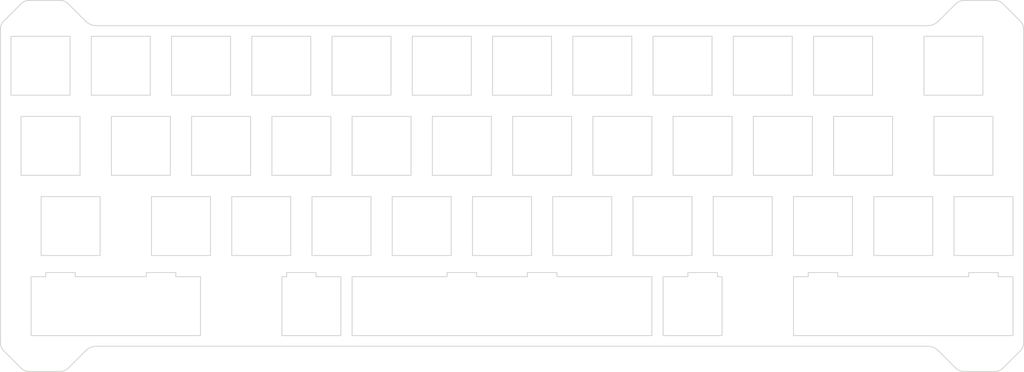
<source format=kicad_pcb>
(kicad_pcb (version 20211014) (generator pcbnew)
  (layers (0 "F.Cu" signal) (31 "B.Cu" signal) (34 "B.Paste" user) (35 "F.Paste" user) (36 "B.SilkS" user "B.Silkscreen") (37 "F.SilkS" user "F.Silkscreen") (38 "B.Mask" user) (39 "F.Mask" user) (44 "Edge.Cuts" user))
  (net 0 "")
  (footprint "" (layer "F.Cu") (at 258.943878 136.1)
    (fp_text reference "" (at 0 0) (layer "F.SilkS") (effects (font (size 1.27 1.27))))
    (fp_text value "" (at 0 0) (layer "F.SilkS") (effects (font (size 1.27 1.27))))
    (pad "" np_thru_hole circle (at 0 0) (size 2.5 2.5) (drill 2.5) (layers F&B.Cu *.Mask))
  )
  (footprint "" (layer "F.Cu") (at 37.056378 136.1)
    (fp_text reference "" (at 0 0) (layer "F.SilkS") (effects (font (size 1.27 1.27))))
    (fp_text value "" (at 0 0) (layer "F.SilkS") (effects (font (size 1.27 1.27))))
    (pad "" np_thru_hole circle (at 0 0) (size 2.5 2.5) (drill 2.5) (layers F&B.Cu *.Mask))
  )
  (footprint "" (layer "F.Cu") (at 37.056122 53.4)
    (fp_text reference "" (at 0 0) (layer "F.SilkS") (effects (font (size 1.27 1.27))))
    (fp_text value "" (at 0 0) (layer "F.SilkS") (effects (font (size 1.27 1.27))))
    (pad "" np_thru_hole circle (at 0 0) (size 2.5 2.5) (drill 2.5) (layers F&B.Cu *.Mask))
  )
  (footprint "" (layer "F.Cu") (at 258.943622 53.4)
    (fp_text reference "" (at 0 0) (layer "F.SilkS") (effects (font (size 1.27 1.27))))
    (fp_text value "" (at 0 0) (layer "F.SilkS") (effects (font (size 1.27 1.27))))
    (pad "" np_thru_hole circle (at 0 0) (size 2.5 2.5) (drill 2.5) (layers F&B.Cu *.Mask))
  )
  (gr_line (start 33.84375 116.325) (end 37.312 116.325) (layer "Edge.Cuts") (width 0.2))
  (gr_line (start 189.74375 115.325) (end 196.74375 115.325) (layer "Edge.Cuts") (width 0.2))
  (gr_line (start 162.14375 78.225) (end 162.14375 92.225) (layer "Edge.Cuts") (width 0.2))
  (gr_line (start 71.943749 92.225) (end 71.943749 78.225) (layer "Edge.Cuts") (width 0.2))
  (gr_line (start 124.33125 73.175) (end 124.33125 59.175) (layer "Edge.Cuts") (width 0.2))
  (gr_arc (start 253.367367 51.433489) (mid 254.2352 50.853622) (end 255.258878 50.65) (layer "Edge.Cuts") (width 0.2))
  (gr_line (start 27.339739 133.926383) (end 31.479867 138.066511) (layer "Edge.Cuts") (width 0.2))
  (gr_line (start 268.660261 55.573617) (end 264.520133 51.433489) (layer "Edge.Cuts") (width 0.2))
  (gr_line (start 129.09375 92.225) (end 129.09375 78.225) (layer "Edge.Cuts") (width 0.2))
  (gr_line (start 46.772761 55.573617) (end 42.632633 51.433489) (layer "Edge.Cuts") (width 0.2))
  (gr_line (start 228.81875 97.275) (end 228.81875 111.275) (layer "Edge.Cuts") (width 0.2))
  (gr_arc (start 249.195126 55.605339) (mid 248.014106 56.37883) (end 246.628622 56.65) (layer "Edge.Cuts") (width 0.2))
  (gr_arc (start 269.44375 132.034872) (mid 269.240137 133.058556) (end 268.660261 133.926383) (layer "Edge.Cuts") (width 0.2))
  (gr_line (start 158.64375 116.325) (end 181.19375 116.325) (layer "Edge.Cuts") (width 0.2))
  (gr_line (start 62.41875 97.275) (end 76.41875 97.275) (layer "Edge.Cuts") (width 0.2))
  (gr_line (start 205.29375 92.225) (end 219.29375 92.225) (layer "Edge.Cuts") (width 0.2))
  (gr_line (start 249.195211 55.605645) (end 249.195126 55.605339) (layer "Edge.Cuts") (width 0.2))
  (gr_line (start 31.4625 92.225) (end 31.4625 78.225) (layer "Edge.Cuts") (width 0.2))
  (gr_line (start 68.188001 115.325) (end 68.188 116.325) (layer "Edge.Cuts") (width 0.2))
  (gr_line (start 219.58125 73.175) (end 219.58125 59.175) (layer "Edge.Cuts") (width 0.2))
  (gr_line (start 124.33125 59.175) (end 138.33125 59.175) (layer "Edge.Cuts") (width 0.2))
  (gr_line (start 44.312 115.325) (end 44.312 116.325) (layer "Edge.Cuts") (width 0.2))
  (gr_line (start 197.8625 130.325) (end 183.8625 130.325) (layer "Edge.Cuts") (width 0.2))
  (gr_line (start 107.375 116.325) (end 107.375 130.325) (layer "Edge.Cuts") (width 0.2))
  (gr_line (start 186.24375 92.224999) (end 186.24375 78.224999) (layer "Edge.Cuts") (width 0.2))
  (gr_line (start 100.23125 73.175) (end 86.23125 73.175) (layer "Edge.Cuts") (width 0.2))
  (gr_line (start 138.33125 73.175) (end 124.33125 73.175) (layer "Edge.Cuts") (width 0.2))
  (gr_line (start 228.81875 111.275) (end 214.81875 111.275) (layer "Edge.Cuts") (width 0.2))
  (gr_line (start 176.43125 59.175) (end 176.43125 73.175) (layer "Edge.Cuts") (width 0.2))
  (gr_line (start 200.24375 92.224999) (end 186.24375 92.224999) (layer "Edge.Cuts") (width 0.2))
  (gr_line (start 67.18125 73.175) (end 67.18125 59.175) (layer "Edge.Cuts") (width 0.2))
  (gr_line (start 266.91875 97.275) (end 266.91875 111.275) (layer "Edge.Cuts") (width 0.2))
  (gr_line (start 233.58125 73.175) (end 219.58125 73.175) (layer "Edge.Cuts") (width 0.2))
  (gr_arc (start 26.55625 57.465128) (mid 26.759872 56.44145) (end 27.339739 55.573617) (layer "Edge.Cuts") (width 0.2))
  (gr_line (start 43.08125 59.175) (end 43.08125 73.175) (layer "Edge.Cuts") (width 0.2))
  (gr_line (start 124.04375 92.225) (end 110.04375 92.225) (layer "Edge.Cuts") (width 0.2))
  (gr_arc (start 46.772761 133.926383) (mid 47.965018 133.129752) (end 49.371378 132.85) (layer "Edge.Cuts") (width 0.2))
  (gr_line (start 76.41875 97.275) (end 76.41875 111.275) (layer "Edge.Cuts") (width 0.2))
  (gr_line (start 214.81875 111.275) (end 214.81875 97.275) (layer "Edge.Cuts") (width 0.2))
  (gr_line (start 81.18125 59.175) (end 81.18125 73.175) (layer "Edge.Cuts") (width 0.2))
  (gr_line (start 101.49375 115.325) (end 101.49375 116.325) (layer "Edge.Cuts") (width 0.2))
  (gr_line (start 105.28125 73.175) (end 105.28125 59.175) (layer "Edge.Cuts") (width 0.2))
  (gr_line (start 43.08125 73.175) (end 29.08125 73.175) (layer "Edge.Cuts") (width 0.2))
  (gr_line (start 162.14375 92.225) (end 148.14375 92.225) (layer "Edge.Cuts") (width 0.2))
  (gr_line (start 33.84375 130.325) (end 33.84375 116.325) (layer "Edge.Cuts") (width 0.2))
  (gr_line (start 29.08125 73.175) (end 29.08125 59.175) (layer "Edge.Cuts") (width 0.2))
  (gr_line (start 247.86875 97.275) (end 247.86875 111.275) (layer "Edge.Cuts") (width 0.2))
  (gr_line (start 101.49375 116.325) (end 107.375 116.325) (layer "Edge.Cuts") (width 0.2))
  (gr_line (start 42.632633 138.066511) (end 46.772761 133.926383) (layer "Edge.Cuts") (width 0.2))
  (gr_line (start 110.04375 130.325) (end 110.04375 116.325) (layer "Edge.Cuts") (width 0.2))
  (gr_line (start 157.38125 73.175) (end 143.38125 73.175) (layer "Edge.Cuts") (width 0.2))
  (gr_line (start 148.14375 78.225) (end 162.14375 78.225) (layer "Edge.Cuts") (width 0.2))
  (gr_line (start 49.371378 132.85) (end 246.628622 132.85) (layer "Edge.Cuts") (width 0.2))
  (gr_line (start 209.76875 97.275001) (end 209.76875 111.275001) (layer "Edge.Cuts") (width 0.2))
  (gr_line (start 214.81875 130.325) (end 214.81875 116.325) (layer "Edge.Cuts") (width 0.2))
  (gr_line (start 224.34375 92.225) (end 224.34375 78.225) (layer "Edge.Cuts") (width 0.2))
  (gr_line (start 256.41875 116.325) (end 256.41875 115.325) (layer "Edge.Cuts") (width 0.2))
  (gr_arc (start 268.660261 55.573617) (mid 269.240128 56.44145) (end 269.44375 57.465128) (layer "Edge.Cuts") (width 0.2))
  (gr_line (start 181.48125 73.175) (end 181.48125 59.175) (layer "Edge.Cuts") (width 0.2))
  (gr_arc (start 42.632633 138.066511) (mid 41.764799 138.646369) (end 40.741122 138.85) (layer "Edge.Cuts") (width 0.2))
  (gr_line (start 31.4625 78.225) (end 45.4625 78.225) (layer "Edge.Cuts") (width 0.2))
  (gr_line (start 219.29375 92.225) (end 219.29375 78.225) (layer "Edge.Cuts") (width 0.2))
  (gr_line (start 162.43125 59.175) (end 176.43125 59.175) (layer "Edge.Cuts") (width 0.2))
  (gr_line (start 143.38125 73.175) (end 143.38125 59.175) (layer "Edge.Cuts") (width 0.2))
  (gr_line (start 48.13125 59.175) (end 62.13125 59.175) (layer "Edge.Cuts") (width 0.2))
  (gr_line (start 94.49375 115.325) (end 101.49375 115.325) (layer "Edge.Cuts") (width 0.2))
  (gr_line (start 90.99375 92.224999) (end 90.99375 78.224999) (layer "Edge.Cuts") (width 0.2))
  (gr_line (start 233.58125 59.175) (end 233.58125 73.175) (layer "Edge.Cuts") (width 0.2))
  (gr_line (start 50.225 111.275) (end 36.225 111.275) (layer "Edge.Cuts") (width 0.2))
  (gr_arc (start 33.371378 138.85) (mid 32.347694 138.646387) (end 31.479867 138.066511) (layer "Edge.Cuts") (width 0.2))
  (gr_line (start 26.55625 57.465128) (end 26.55625 132.034872) (layer "Edge.Cuts") (width 0.2))
  (gr_line (start 195.48125 73.175) (end 181.48125 73.175) (layer "Edge.Cuts") (width 0.2))
  (gr_line (start 195.76875 111.275001) (end 195.76875 97.275001) (layer "Edge.Cuts") (width 0.2))
  (gr_line (start 61.188 115.325) (end 68.188001 115.325) (layer "Edge.Cuts") (width 0.2))
  (gr_line (start 181.19375 78.225) (end 181.19375 92.225) (layer "Edge.Cuts") (width 0.2))
  (gr_line (start 158.64375 115.325) (end 158.64375 116.325) (layer "Edge.Cuts") (width 0.2))
  (gr_line (start 132.59375 115.325) (end 139.593751 115.325) (layer "Edge.Cuts") (width 0.2))
  (gr_line (start 183.8625 116.325) (end 189.74375 116.325) (layer "Edge.Cuts") (width 0.2))
  (gr_line (start 205.29375 78.225) (end 205.29375 92.225) (layer "Edge.Cuts") (width 0.2))
  (gr_line (start 225.318749 115.325) (end 225.31875 116.325) (layer "Edge.Cuts") (width 0.2))
  (gr_line (start 62.13125 73.175) (end 48.13125 73.175) (layer "Edge.Cuts") (width 0.2))
  (gr_line (start 105.28125 59.175) (end 119.28125 59.175) (layer "Edge.Cuts") (width 0.2))
  (gr_line (start 90.99375 78.224999) (end 104.99375 78.224999) (layer "Edge.Cuts") (width 0.2))
  (gr_line (start 104.99375 92.224999) (end 90.99375 92.224999) (layer "Edge.Cuts") (width 0.2))
  (gr_line (start 93.375 116.325) (end 94.49375 116.325) (layer "Edge.Cuts") (width 0.2))
  (gr_line (start 262.628622 50.65) (end 255.258878 50.65) (layer "Edge.Cuts") (width 0.2))
  (gr_arc (start 264.520133 138.066511) (mid 263.652299 138.646369) (end 262.628622 138.85) (layer "Edge.Cuts") (width 0.2))
  (gr_line (start 197.8625 116.325) (end 197.8625 130.325) (layer "Edge.Cuts") (width 0.2))
  (gr_line (start 76.41875 111.275) (end 62.41875 111.275) (layer "Edge.Cuts") (width 0.2))
  (gr_line (start 266.91875 111.275) (end 252.91875 111.275) (layer "Edge.Cuts") (width 0.2))
  (gr_line (start 167.19375 78.225) (end 181.19375 78.225) (layer "Edge.Cuts") (width 0.2))
  (gr_line (start 71.943749 78.225) (end 85.94375 78.225) (layer "Edge.Cuts") (width 0.2))
  (gr_line (start 176.718749 97.275) (end 190.71875 97.275) (layer "Edge.Cuts") (width 0.2))
  (gr_line (start 93.375 130.325) (end 93.375 116.325) (layer "Edge.Cuts") (width 0.2))
  (gr_line (start 61.188 116.325) (end 61.188 115.325) (layer "Edge.Cuts") (width 0.2))
  (gr_line (start 181.48125 59.175) (end 195.48125 59.175) (layer "Edge.Cuts") (width 0.2))
  (gr_line (start 249.227239 133.926383) (end 253.367367 138.066511) (layer "Edge.Cuts") (width 0.2))
  (gr_line (start 36.225 97.275) (end 50.225 97.275) (layer "Edge.Cuts") (width 0.2))
  (gr_line (start 68.188 116.325) (end 74.0375 116.325) (layer "Edge.Cuts") (width 0.2))
  (gr_line (start 263.41875 115.325) (end 263.41875 116.325) (layer "Edge.Cuts") (width 0.2))
  (gr_line (start 157.66875 111.275) (end 157.66875 97.275) (layer "Edge.Cuts") (width 0.2))
  (gr_line (start 264.520133 138.066511) (end 268.660261 133.926383) (layer "Edge.Cuts") (width 0.2))
  (gr_line (start 269.44375 132.034872) (end 269.44375 57.465128) (layer "Edge.Cuts") (width 0.2))
  (gr_line (start 100.518751 97.275) (end 114.51875 97.275001) (layer "Edge.Cuts") (width 0.2))
  (gr_line (start 110.04375 116.325) (end 132.59375 116.325) (layer "Edge.Cuts") (width 0.2))
  (gr_line (start 143.38125 59.175) (end 157.38125 59.175) (layer "Edge.Cuts") (width 0.2))
  (gr_line (start 110.04375 92.225) (end 110.04375 78.225) (layer "Edge.Cuts") (width 0.2))
  (gr_line (start 171.66875 111.275) (end 157.66875 111.275) (layer "Edge.Cuts") (width 0.2))
  (gr_line (start 107.375 130.325) (end 93.375 130.325) (layer "Edge.Cuts") (width 0.2))
  (gr_line (start 195.48125 59.175) (end 195.48125 73.175) (layer "Edge.Cuts") (width 0.2))
  (gr_line (start 245.775 73.175) (end 245.775 59.175) (layer "Edge.Cuts") (width 0.2))
  (gr_line (start 74.0375 130.325) (end 33.84375 130.325) (layer "Edge.Cuts") (width 0.2))
  (gr_line (start 214.53125 73.175) (end 200.53125 73.175) (layer "Edge.Cuts") (width 0.2))
  (gr_line (start 100.23125 59.175) (end 100.23125 73.175) (layer "Edge.Cuts") (width 0.2))
  (gr_line (start 214.53125 59.175) (end 214.53125 73.175) (layer "Edge.Cuts") (width 0.2))
  (gr_arc (start 31.479867 51.433489) (mid 32.3477 50.853622) (end 33.371378 50.65) (layer "Edge.Cuts") (width 0.2))
  (gr_line (start 176.43125 73.175) (end 162.43125 73.175) (layer "Edge.Cuts") (width 0.2))
  (gr_line (start 40.741122 50.65) (end 33.371378 50.65) (layer "Edge.Cuts") (width 0.2))
  (gr_line (start 66.89375 78.225) (end 66.89375 92.225) (layer "Edge.Cuts") (width 0.2))
  (gr_line (start 196.74375 115.325) (end 196.74375 116.325) (layer "Edge.Cuts") (width 0.2))
  (gr_line (start 95.46875 111.275) (end 95.46875 97.275) (layer "Edge.Cuts") (width 0.2))
  (gr_line (start 259.775 59.175) (end 259.775 73.175) (layer "Edge.Cuts") (width 0.2))
  (gr_line (start 183.8625 130.325) (end 183.8625 116.325) (layer "Edge.Cuts") (width 0.2))
  (gr_line (start 247.86875 111.275) (end 233.86875 111.275) (layer "Edge.Cuts") (width 0.2))
  (gr_line (start 162.43125 73.175) (end 162.43125 59.175) (layer "Edge.Cuts") (width 0.2))
  (gr_line (start 110.04375 78.225) (end 124.04375 78.225) (layer "Edge.Cuts") (width 0.2))
  (gr_line (start 31.479867 51.433489) (end 27.339739 55.573617) (layer "Edge.Cuts") (width 0.2))
  (gr_line (start 255.258878 138.85) (end 262.628622 138.85) (layer "Edge.Cuts") (width 0.2))
  (gr_line (start 139.593751 115.325) (end 139.59375 116.325) (layer "Edge.Cuts") (width 0.2))
  (gr_line (start 119.28125 59.175) (end 119.28125 73.175) (layer "Edge.Cuts") (width 0.2))
  (gr_arc (start 255.258878 138.85) (mid 254.235194 138.646387) (end 253.367367 138.066511) (layer "Edge.Cuts") (width 0.2))
  (gr_line (start 81.46875 97.275) (end 95.46875 97.275) (layer "Edge.Cuts") (width 0.2))
  (gr_line (start 200.243749 78.225) (end 200.24375 92.224999) (layer "Edge.Cuts") (width 0.2))
  (gr_line (start 238.34375 92.225) (end 224.34375 92.225) (layer "Edge.Cuts") (width 0.2))
  (gr_line (start 214.81875 97.275) (end 228.81875 97.275) (layer "Edge.Cuts") (width 0.2))
  (gr_arc (start 246.628622 132.85) (mid 248.03499 133.129734) (end 249.227239 133.926383) (layer "Edge.Cuts") (width 0.2))
  (gr_line (start 262.15625 78.225) (end 262.15625 92.225) (layer "Edge.Cuts") (width 0.2))
  (gr_line (start 104.99375 78.224999) (end 104.99375 92.224999) (layer "Edge.Cuts") (width 0.2))
  (gr_line (start 143.09375 78.225) (end 143.09375 92.225) (layer "Edge.Cuts") (width 0.2))
  (gr_line (start 225.31875 116.325) (end 256.41875 116.325) (layer "Edge.Cuts") (width 0.2))
  (gr_line (start 138.61875 111.275) (end 138.61875 97.275) (layer "Edge.Cuts") (width 0.2))
  (gr_line (start 205.29375 78.225) (end 219.29375 78.225) (layer "Edge.Cuts") (width 0.2))
  (gr_arc (start 27.339739 133.926383) (mid 26.759881 133.058549) (end 26.55625 132.034872) (layer "Edge.Cuts") (width 0.2))
  (gr_line (start 45.4625 78.225) (end 45.4625 92.225) (layer "Edge.Cuts") (width 0.2))
  (gr_line (start 200.53125 73.175) (end 200.53125 59.175) (layer "Edge.Cuts") (width 0.2))
  (gr_line (start 124.04375 78.225) (end 124.04375 92.225) (layer "Edge.Cuts") (width 0.2))
  (gr_line (start 171.66875 97.275) (end 171.66875 111.275) (layer "Edge.Cuts") (width 0.2))
  (gr_line (start 37.312 116.325) (end 37.312001 115.325) (layer "Edge.Cuts") (width 0.2))
  (gr_line (start 157.66875 97.275) (end 171.66875 97.275) (layer "Edge.Cuts") (width 0.2))
  (gr_line (start 100.518751 111.275) (end 100.518751 97.275) (layer "Edge.Cuts") (width 0.2))
  (gr_line (start 66.89375 92.225) (end 52.89375 92.225) (layer "Edge.Cuts") (width 0.2))
  (gr_line (start 74.0375 116.325) (end 74.0375 130.325) (layer "Edge.Cuts") (width 0.2))
  (gr_line (start 218.31875 116.325) (end 218.31875 115.325) (layer "Edge.Cuts") (width 0.2))
  (gr_line (start 45.4625 92.225) (end 31.4625 92.225) (layer "Edge.Cuts") (width 0.2))
  (gr_line (start 143.09375 92.225) (end 129.09375 92.225) (layer "Edge.Cuts") (width 0.2))
  (gr_line (start 233.86875 97.275) (end 247.86875 97.275) (layer "Edge.Cuts") (width 0.2))
  (gr_line (start 218.31875 115.325) (end 225.318749 115.325) (layer "Edge.Cuts") (width 0.2))
  (gr_line (start 181.19375 116.325) (end 181.19375 130.325) (layer "Edge.Cuts") (width 0.2))
  (gr_line (start 85.94375 78.225) (end 85.94375 92.225) (layer "Edge.Cuts") (width 0.2))
  (gr_line (start 233.86875 111.275) (end 233.86875 97.275) (layer "Edge.Cuts") (width 0.2))
  (gr_line (start 81.18125 73.175) (end 67.18125 73.175) (layer "Edge.Cuts") (width 0.2))
  (gr_line (start 81.46875 111.275) (end 95.46875 111.275) (layer "Edge.Cuts") (width 0.2))
  (gr_line (start 152.61875 111.275) (end 138.61875 111.275) (layer "Edge.Cuts") (width 0.2))
  (gr_line (start 133.56875 97.275) (end 133.56875 111.275) (layer "Edge.Cuts") (width 0.2))
  (gr_line (start 44.312 116.325) (end 61.188 116.325) (layer "Edge.Cuts") (width 0.2))
  (gr_line (start 209.76875 111.275001) (end 195.76875 111.275001) (layer "Edge.Cuts") (width 0.2))
  (gr_line (start 151.64375 116.325) (end 151.64375 115.325) (layer "Edge.Cuts") (width 0.2))
  (gr_line (start 152.61875 97.275) (end 152.61875 111.275) (layer "Edge.Cuts") (width 0.2))
  (gr_line (start 219.58125 59.175) (end 233.58125 59.175) (layer "Edge.Cuts") (width 0.2))
  (gr_line (start 167.19375 92.225) (end 167.19375 78.225) (layer "Edge.Cuts") (width 0.2))
  (gr_line (start 37.312001 115.325) (end 44.312 115.325) (layer "Edge.Cuts") (width 0.2))
  (gr_line (start 94.49375 116.325) (end 94.49375 115.325) (layer "Edge.Cuts") (width 0.2))
  (gr_line (start 114.51875 97.275001) (end 114.518751 111.275) (layer "Edge.Cuts") (width 0.2))
  (gr_line (start 259.775 73.175) (end 245.775 73.175) (layer "Edge.Cuts") (width 0.2))
  (gr_line (start 195.76875 97.275001) (end 209.76875 97.275001) (layer "Edge.Cuts") (width 0.2))
  (gr_line (start 176.718749 111.275) (end 176.718749 97.275) (layer "Edge.Cuts") (width 0.2))
  (gr_line (start 50.225 97.275) (end 50.225 111.275) (layer "Edge.Cuts") (width 0.2))
  (gr_line (start 52.89375 92.225) (end 52.89375 78.225) (layer "Edge.Cuts") (width 0.2))
  (gr_line (start 181.19375 92.225) (end 167.19375 92.225) (layer "Edge.Cuts") (width 0.2))
  (gr_line (start 253.367367 51.433489) (end 249.195211 55.605645) (layer "Edge.Cuts") (width 0.2))
  (gr_line (start 62.41875 111.275) (end 62.41875 97.275) (layer "Edge.Cuts") (width 0.2))
  (gr_line (start 200.53125 59.175) (end 214.53125 59.175) (layer "Edge.Cuts") (width 0.2))
  (gr_line (start 189.74375 116.325) (end 189.74375 115.325) (layer "Edge.Cuts") (width 0.2))
  (gr_line (start 29.08125 59.175) (end 43.08125 59.175) (layer "Edge.Cuts") (width 0.2))
  (gr_line (start 52.89375 78.225) (end 66.89375 78.225) (layer "Edge.Cuts") (width 0.2))
  (gr_line (start 151.64375 115.325) (end 158.64375 115.325) (layer "Edge.Cuts") (width 0.2))
  (gr_line (start 214.81875 116.325) (end 218.31875 116.325) (layer "Edge.Cuts") (width 0.2))
  (gr_line (start 186.24375 78.224999) (end 200.243749 78.225) (layer "Edge.Cuts") (width 0.2))
  (gr_line (start 157.38125 59.175) (end 157.38125 73.175) (layer "Edge.Cuts") (width 0.2))
  (gr_arc (start 40.741122 50.65) (mid 41.7648 50.853622) (end 42.632633 51.433489) (layer "Edge.Cuts") (width 0.2))
  (gr_line (start 248.15625 78.225) (end 262.15625 78.225) (layer "Edge.Cuts") (width 0.2))
  (gr_line (start 252.91875 97.275) (end 266.91875 97.275) (layer "Edge.Cuts") (width 0.2))
  (gr_line (start 86.23125 59.175) (end 100.23125 59.175) (layer "Edge.Cuts") (width 0.2))
  (gr_line (start 119.28125 73.175) (end 105.28125 73.175) (layer "Edge.Cuts") (width 0.2))
  (gr_line (start 132.59375 116.325) (end 132.59375 115.325) (layer "Edge.Cuts") (width 0.2))
  (gr_line (start 245.775 59.175) (end 259.775 59.175) (layer "Edge.Cuts") (width 0.2))
  (gr_line (start 85.94375 92.225) (end 71.943749 92.225) (layer "Edge.Cuts") (width 0.2))
  (gr_line (start 138.33125 59.175) (end 138.33125 73.175) (layer "Edge.Cuts") (width 0.2))
  (gr_line (start 238.34375 78.225) (end 238.34375 92.225) (layer "Edge.Cuts") (width 0.2))
  (gr_line (start 256.41875 115.325) (end 263.41875 115.325) (layer "Edge.Cuts") (width 0.2))
  (gr_line (start 190.71875 111.275) (end 176.718749 111.275) (layer "Edge.Cuts") (width 0.2))
  (gr_line (start 33.371378 138.85) (end 40.741122 138.85) (layer "Edge.Cuts") (width 0.2))
  (gr_line (start 36.225 111.275) (end 36.225 97.275) (layer "Edge.Cuts") (width 0.2))
  (gr_arc (start 262.628622 50.65) (mid 263.6523 50.853622) (end 264.520133 51.433489) (layer "Edge.Cuts") (width 0.2))
  (gr_line (start 148.14375 92.225) (end 148.14375 78.225) (layer "Edge.Cuts") (width 0.2))
  (gr_line (start 181.19375 130.325) (end 110.04375 130.325) (layer "Edge.Cuts") (width 0.2))
  (gr_line (start 196.74375 116.325) (end 197.8625 116.325) (layer "Edge.Cuts") (width 0.2))
  (gr_line (start 62.13125 59.175) (end 62.13125 73.175) (layer "Edge.Cuts") (width 0.2))
  (gr_line (start 262.15625 92.225) (end 248.15625 92.225) (layer "Edge.Cuts") (width 0.2))
  (gr_line (start 190.71875 97.275) (end 190.71875 111.275) (layer "Edge.Cuts") (width 0.2))
  (gr_line (start 119.56875 111.275) (end 119.56875 97.275) (layer "Edge.Cuts") (width 0.2))
  (gr_line (start 81.46875 97.275) (end 81.46875 111.275) (layer "Edge.Cuts") (width 0.2))
  (gr_arc (start 49.371378 56.65) (mid 47.965017 56.370257) (end 46.772761 55.573617) (layer "Edge.Cuts") (width 0.2))
  (gr_line (start 224.34375 78.225) (end 238.34375 78.225) (layer "Edge.Cuts") (width 0.2))
  (gr_line (start 86.23125 73.175) (end 86.23125 59.175) (layer "Edge.Cuts") (width 0.2))
  (gr_line (start 119.56875 97.275) (end 133.56875 97.275) (layer "Edge.Cuts") (width 0.2))
  (gr_line (start 252.91875 111.275) (end 252.91875 97.275) (layer "Edge.Cuts") (width 0.2))
  (gr_line (start 266.91875 116.325) (end 266.91875 130.325) (layer "Edge.Cuts") (width 0.2))
  (gr_line (start 48.13125 73.175) (end 48.13125 59.175) (layer "Edge.Cuts") (width 0.2))
  (gr_line (start 67.18125 59.175) (end 81.18125 59.175) (layer "Edge.Cuts") (width 0.2))
  (gr_line (start 133.56875 111.275) (end 119.56875 111.275) (layer "Edge.Cuts") (width 0.2))
  (gr_line (start 138.61875 97.275) (end 152.61875 97.275) (layer "Edge.Cuts") (width 0.2))
  (gr_line (start 248.15625 92.225) (end 248.15625 78.225) (layer "Edge.Cuts") (width 0.2))
  (gr_line (start 263.41875 116.325) (end 266.91875 116.325) (layer "Edge.Cuts") (width 0.2))
  (gr_line (start 129.09375 78.225) (end 143.09375 78.225) (layer "Edge.Cuts") (width 0.2))
  (gr_line (start 246.628622 56.65) (end 49.371378 56.65) (layer "Edge.Cuts") (width 0.2))
  (gr_line (start 139.59375 116.325) (end 151.64375 116.325) (layer "Edge.Cuts") (width 0.2))
  (gr_line (start 266.91875 130.325) (end 214.81875 130.325) (layer "Edge.Cuts") (width 0.2))
  (gr_line (start 114.518751 111.275) (end 100.518751 111.275) (layer "Edge.Cuts") (width 0.2))
)
</source>
